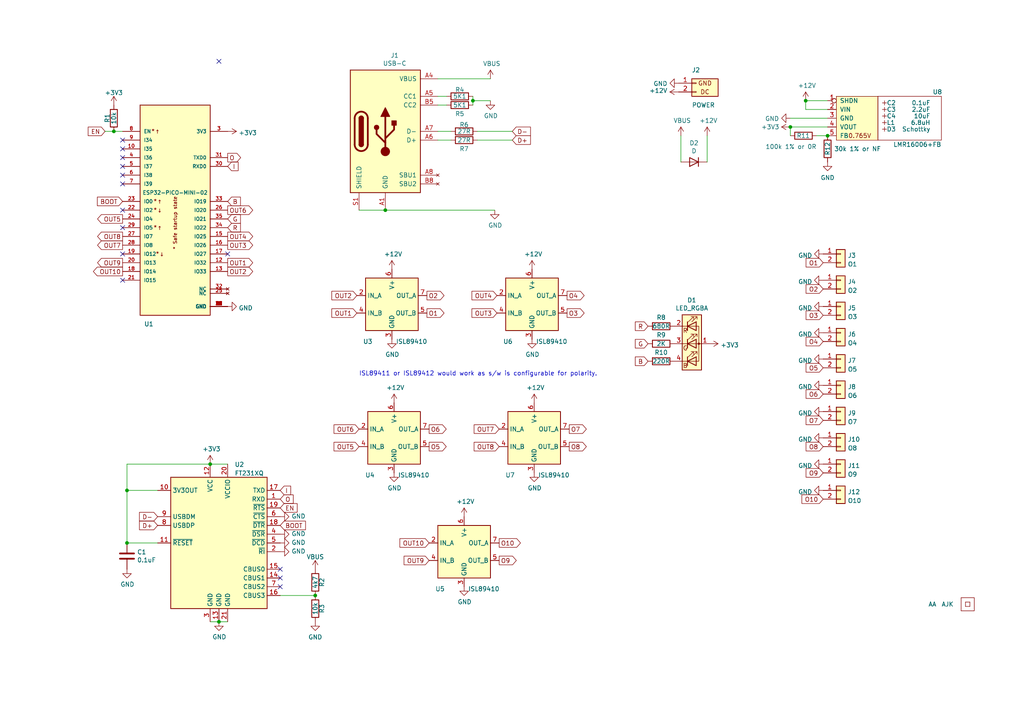
<source format=kicad_sch>
(kicad_sch (version 20211123) (generator eeschema)
  (paper "A4")
  (title_block (title "bell box control") (date "${DATE}") (rev "2") (company "Adrian Kennard Andrews & Arnold Ltd") (comment 1 "@TheRealRevK") (comment 2 "www.me.uk"))
  (lib_symbols
    (symbol "Connector_Generic:Conn_01x02" (pin_names (offset 1.016) hide)
      (property "Reference" "J" (at 0 2.54 0))
      (property "Value" "Conn_01x02" (at 0 -5.08 0))
      (symbol "Conn_01x02_1_1"
        (rectangle (start -1.27 -2.413) (end 0 -2.667) (stroke (width 0.1524)))
        (rectangle (start -1.27 0.127) (end 0 -0.127) (stroke (width 0.1524)))
        (rectangle (start -1.27 1.27) (end 1.27 -3.81) (stroke (width 0.254)) (fill (type background)))
        (pin passive line (at -5.08 0 0) (length 3.81) (name "Pin_1") (number "1"))
        (pin passive line (at -5.08 -2.54 0) (length 3.81) (name "Pin_2") (number "2"))
      )
    )
    (symbol "Device:C" (pin_numbers hide) (pin_names (offset 0.254))
      (property "Reference" "C" (at 0.635 2.54 0))
      (property "Value" "C" (at 0.635 -2.54 0))
      (symbol "C_0_1"
        (polyline (pts (xy -2.032 -0.762) (xy 2.032 -0.762)) (stroke (width 0.508)))
        (polyline (pts (xy -2.032 0.762) (xy 2.032 0.762)) (stroke (width 0.508)))
      )
      (symbol "C_1_1"
        (pin passive line (at 0 3.81 270) (length 2.794) (name "~") (number "1"))
        (pin passive line (at 0 -3.81 90) (length 2.794) (name "~") (number "2"))
      )
    )
    (symbol "Device:D" (pin_numbers hide) (pin_names (offset 1.016) hide)
      (property "Reference" "D" (at 0 2.54 0))
      (property "Value" "D" (at 0 -2.54 0))
      (symbol "D_0_1"
        (polyline (pts (xy -1.27 1.27) (xy -1.27 -1.27)) (stroke (width 0.254)))
        (polyline (pts (xy 1.27 0) (xy -1.27 0)))
        (polyline (pts (xy 1.27 1.27) (xy 1.27 -1.27) (xy -1.27 0) (xy 1.27 1.27)) (stroke (width 0.254)))
      )
      (symbol "D_1_1"
        (pin passive line (at -3.81 0 0) (length 2.54) (name "K") (number "1"))
        (pin passive line (at 3.81 0 180) (length 2.54) (name "A") (number "2"))
      )
    )
    (symbol "Device:LED_ARGB" (pin_names (offset 0) hide)
      (property "Reference" "D" (at 0 9.398 0))
      (property "Value" "LED_ARGB" (at 0 -8.89 0))
      (symbol "LED_ARGB_0_0"
        (text "B" (at -1.905 -6.35 0) (effects (font (size 1.27 1.27))))
        (text "G" (at -1.905 -1.27 0) (effects (font (size 1.27 1.27))))
        (text "R" (at -1.905 3.81 0) (effects (font (size 1.27 1.27))))
      )
      (symbol "LED_ARGB_0_1"
        (polyline (pts (xy -1.27 -5.08) (xy -2.54 -5.08)))
        (polyline (pts (xy -1.27 -5.08) (xy 1.27 -5.08)))
        (polyline (pts (xy -1.27 -3.81) (xy -1.27 -6.35)) (stroke (width 0.254)))
        (polyline (pts (xy -1.27 0) (xy -2.54 0)))
        (polyline (pts (xy -1.27 1.27) (xy -1.27 -1.27)) (stroke (width 0.254)))
        (polyline (pts (xy -1.27 5.08) (xy -2.54 5.08)))
        (polyline (pts (xy -1.27 5.08) (xy 1.27 5.08)))
        (polyline (pts (xy -1.27 6.35) (xy -1.27 3.81)) (stroke (width 0.254)))
        (polyline (pts (xy 1.27 0) (xy -1.27 0)))
        (polyline (pts (xy 1.27 0) (xy 2.54 0)))
        (polyline (pts (xy -1.27 1.27) (xy -1.27 -1.27) (xy -1.27 -1.27)))
        (polyline (pts (xy -1.27 6.35) (xy -1.27 3.81) (xy -1.27 3.81)))
        (polyline (pts (xy 1.27 -5.08) (xy 2.032 -5.08) (xy 2.032 5.08) (xy 1.27 5.08)))
        (polyline (pts (xy 1.27 -3.81) (xy 1.27 -6.35) (xy -1.27 -5.08) (xy 1.27 -3.81)) (stroke (width 0.254)))
        (polyline (pts (xy 1.27 1.27) (xy 1.27 -1.27) (xy -1.27 0) (xy 1.27 1.27)) (stroke (width 0.254)))
        (polyline (pts (xy 1.27 6.35) (xy 1.27 3.81) (xy -1.27 5.08) (xy 1.27 6.35)) (stroke (width 0.254)))
        (polyline (pts (xy -1.016 -3.81) (xy 0.508 -2.286) (xy -0.254 -2.286) (xy 0.508 -2.286) (xy 0.508 -3.048)))
        (polyline (pts (xy -1.016 1.27) (xy 0.508 2.794) (xy -0.254 2.794) (xy 0.508 2.794) (xy 0.508 2.032)))
        (polyline (pts (xy -1.016 6.35) (xy 0.508 7.874) (xy -0.254 7.874) (xy 0.508 7.874) (xy 0.508 7.112)))
        (polyline (pts (xy 0 -3.81) (xy 1.524 -2.286) (xy 0.762 -2.286) (xy 1.524 -2.286) (xy 1.524 -3.048)))
        (polyline (pts (xy 0 1.27) (xy 1.524 2.794) (xy 0.762 2.794) (xy 1.524 2.794) (xy 1.524 2.032)))
        (polyline (pts (xy 0 6.35) (xy 1.524 7.874) (xy 0.762 7.874) (xy 1.524 7.874) (xy 1.524 7.112)))
        (rectangle (start 1.27 -1.27) (end 1.27 1.27))
        (rectangle (start 1.27 1.27) (end 1.27 1.27))
        (rectangle (start 1.27 3.81) (end 1.27 6.35))
        (rectangle (start 1.27 6.35) (end 1.27 6.35))
        (circle (center 2.032 0) (radius 0.254) (fill (type outline)))
        (rectangle (start 2.794 8.382) (end -2.794 -7.62) (stroke (width 0.254)) (fill (type background)))
      )
      (symbol "LED_ARGB_1_1"
        (pin passive line (at 5.08 0 180) (length 2.54) (name "A") (number "1"))
        (pin passive line (at -5.08 5.08 0) (length 2.54) (name "RK") (number "2"))
        (pin passive line (at -5.08 0 0) (length 2.54) (name "GK") (number "3"))
        (pin passive line (at -5.08 -5.08 0) (length 2.54) (name "BK") (number "4"))
      )
    )
    (symbol "Device:R" (pin_numbers hide) (pin_names (offset 0))
      (property "Reference" "R" (at 2.032 0 90))
      (property "Value" "R" (at 0 0 90))
      (symbol "R_0_1"
        (rectangle (start -1.016 -2.54) (end 1.016 2.54) (stroke (width 0.254)))
      )
      (symbol "R_1_1"
        (pin passive line (at 0 3.81 270) (length 1.27) (name "~") (number "1"))
        (pin passive line (at 0 -3.81 90) (length 1.27) (name "~") (number "2"))
      )
    )
    (symbol "Driver_FET:EL7202CN"
      (property "Reference" "U" (at -7.62 8.89 0))
      (property "Value" "EL7202CN" (at 1.27 8.89 0))
      (symbol "EL7202CN_0_1"
        (rectangle (start -7.62 -7.62) (end 7.62 7.62) (stroke (width 0.254)) (fill (type background)))
      )
      (symbol "EL7202CN_1_1"
        (pin no_connect line (at -7.62 0 0) (length 2.54) hide (name "NC") (number "1"))
        (pin input line (at -10.16 2.54 0) (length 2.54) (name "IN_A") (number "2"))
        (pin power_in line (at 0 -10.16 90) (length 2.54) (name "GND") (number "3"))
        (pin input line (at -10.16 -2.54 0) (length 2.54) (name "IN_B") (number "4"))
        (pin output line (at 10.16 -2.54 180) (length 2.54) (name "OUT_B") (number "5"))
        (pin power_in line (at 0 10.16 270) (length 2.54) (name "V+") (number "6"))
        (pin output line (at 10.16 2.54 180) (length 2.54) (name "OUT_A") (number "7"))
        (pin no_connect line (at 7.62 0 180) (length 2.54) hide (name "NC") (number "8"))
      )
    )
    (symbol "RevK:AA" (pin_names (offset 1.016)) (in_bom no)
      (property "Value" "AA" (at 0 0 0))
    )
    (symbol "RevK:AJK" (pin_names (offset 1.016)) (in_bom no)
      (property "Value" "AJK" (at 0 0 0))
    )
    (symbol "RevK:ESP32-PICO-MINI-02" (pin_names (offset 1.016))
      (property "Reference" "U" (at -10.16 -33.02 0))
      (property "Value" "ESP32-PICO-MINI-02" (at 0 27.94 0))
      (symbol "ESP32-PICO-MINI-02_0_0"
        (rectangle (start -10.16 -30.48) (end 10.16 30.48) (stroke (width 0.254)) (fill (type background)))
        (text "* Safe startup state" (at 0 -11.43 900) (effects (font (size 1 1)) (justify left)))
        (text "*↑" (at -6.985 22.86 0) (effects (font (size 1.27 1.27)) (justify left)))
        (text "*↑" (at -6.35 -5.08 0) (effects (font (size 1.27 1.27)) (justify left)))
        (text "*↑" (at -6.35 2.54 0) (effects (font (size 1.27 1.27)) (justify left)))
        (text "*↓" (at -6.35 0 0) (effects (font (size 1.27 1.27)) (justify left)))
        (text "*↓" (at -5.715 -12.7 0) (effects (font (size 1.27 1.27)) (justify left)))
        (pin power_in line (at 15.24 -27.94 180) (length 5.08) (name "GND") (number "1"))
        (pin input line (at -15.24 17.78 0) (length 5.08) (name "I35") (number "10"))
        (pin power_in line (at 15.24 -27.94 180) (length 5.08) (name "GND") (number "11"))
        (pin bidirectional line (at 15.24 -15.24 180) (length 5.08) (name "IO32") (number "12"))
        (pin bidirectional line (at 15.24 -17.78 180) (length 5.08) (name "IO33") (number "13"))
        (pin power_in line (at 15.24 -27.94 180) (length 5.08) (name "GND") (number "14"))
        (pin bidirectional line (at 15.24 -7.62 180) (length 5.08) (name "IO25") (number "15"))
        (pin bidirectional line (at 15.24 -10.16 180) (length 5.08) (name "IO26") (number "16"))
        (pin bidirectional line (at 15.24 -12.7 180) (length 5.08) (name "IO27") (number "17"))
        (pin bidirectional line (at -15.24 -17.78 0) (length 5.08) (name "IO14") (number "18"))
        (pin bidirectional line (at -15.24 -12.7 0) (length 5.08) (name "IO12") (number "19"))
        (pin power_in line (at 15.24 -27.94 180) (length 5.08) (name "GND") (number "2"))
        (pin bidirectional line (at -15.24 -15.24 0) (length 5.08) (name "IO13") (number "20"))
        (pin bidirectional line (at -15.24 -20.32 0) (length 5.08) (name "IO15") (number "21"))
        (pin bidirectional line (at -15.24 0 0) (length 5.08) (name "IO2") (number "22"))
        (pin bidirectional line (at -15.24 2.54 0) (length 5.08) (name "IO0") (number "23"))
        (pin bidirectional line (at -15.24 -2.54 0) (length 5.08) (name "IO4") (number "24"))
        (pin no_connect line (at 15.24 -24.13 180) (length 5.08) (name "NC") (number "25"))
        (pin bidirectional line (at 15.24 0 180) (length 5.08) (name "IO20") (number "26"))
        (pin bidirectional line (at -15.24 -7.62 0) (length 5.08) (name "IO7") (number "27"))
        (pin bidirectional line (at -15.24 -10.16 0) (length 5.08) (name "IO8") (number "28"))
        (pin bidirectional line (at -15.24 -5.08 0) (length 5.08) (name "IO5") (number "29"))
        (pin power_in line (at 15.24 22.86 180) (length 5.08) (name "3V3") (number "3"))
        (pin bidirectional line (at 15.24 12.7 180) (length 5.08) (name "RXD0") (number "30"))
        (pin bidirectional line (at 15.24 15.24 180) (length 5.08) (name "TXD0") (number "31"))
        (pin no_connect line (at 15.24 -22.86 180) (length 5.08) (name "NC") (number "32"))
        (pin bidirectional line (at 15.24 2.54 180) (length 5.08) (name "IO19") (number "33"))
        (pin bidirectional line (at 15.24 -5.08 180) (length 5.08) (name "IO22") (number "34"))
        (pin bidirectional line (at 15.24 -2.54 180) (length 5.08) (name "IO21") (number "35"))
        (pin power_in line (at 15.24 -27.94 180) (length 5.08) (name "GND") (number "36"))
        (pin power_in line (at 15.24 -27.94 180) (length 5.08) (name "GND") (number "37"))
        (pin power_in line (at 15.24 -27.94 180) (length 5.08) (name "GND") (number "38"))
        (pin power_in line (at 15.24 -27.94 180) (length 5.08) (name "GND") (number "39"))
        (pin input line (at -15.24 15.24 0) (length 5.08) (name "I36") (number "4"))
        (pin power_in line (at 15.24 -27.94 180) (length 5.08) (name "GND") (number "40"))
        (pin power_in line (at 15.24 -27.94 180) (length 5.08) (name "GND") (number "41"))
        (pin power_in line (at 15.24 -27.94 180) (length 5.08) (name "GND") (number "42"))
        (pin power_in line (at 15.24 -27.94 180) (length 5.08) (name "GND") (number "43"))
        (pin power_in line (at 15.24 -27.94 180) (length 5.08) (name "GND") (number "44"))
        (pin power_in line (at 15.24 -27.94 180) (length 5.08) (name "GND") (number "45"))
        (pin power_in line (at 15.24 -27.94 180) (length 5.08) (name "GND") (number "46"))
        (pin power_in line (at 15.24 -27.94 180) (length 5.08) (name "GND") (number "47"))
        (pin power_in line (at 15.24 -27.94 180) (length 5.08) (name "GND") (number "48"))
        (pin power_in line (at 15.24 -27.94 180) (length 5.08) (name "GND") (number "49"))
        (pin input line (at -15.24 12.7 0) (length 5.08) (name "I37") (number "5"))
        (pin power_in line (at 15.24 -27.94 180) (length 5.08) (name "GND") (number "50"))
        (pin power_in line (at 15.24 -27.94 180) (length 5.08) (name "GND") (number "51"))
        (pin power_in line (at 15.24 -27.94 180) (length 5.08) (name "GND") (number "52"))
        (pin power_in line (at 15.24 -27.94 180) (length 5.08) (name "GND") (number "53"))
        (pin input line (at -15.24 10.16 0) (length 5.08) (name "I38") (number "6"))
        (pin input line (at -15.24 7.62 0) (length 5.08) (name "I39") (number "7"))
        (pin input line (at -15.24 22.86 0) (length 5.08) (name "EN") (number "8"))
        (pin input line (at -15.24 20.32 0) (length 5.08) (name "I34") (number "9"))
      )
    )
    (symbol "RevK:FT231XQ"
      (property "Reference" "U" (at -13.97 20.32 0))
      (property "Value" "FT231XQ" (at 6.35 20.32 0))
      (symbol "FT231XQ_0_1"
        (rectangle (start -13.97 19.05) (end 13.97 -19.05) (stroke (width 0.254)) (fill (type background)))
      )
      (symbol "FT231XQ_1_1"
        (pin input line (at 17.78 12.7 180) (length 3.81) (name "RXD") (number "1"))
        (pin passive line (at -17.78 15.24 0) (length 3.81) (name "3V3OUT") (number "10"))
        (pin input line (at -17.78 0 0) (length 3.81) (name "~{RESET}") (number "11"))
        (pin power_in line (at -2.54 22.86 270) (length 3.81) (name "VCC") (number "12"))
        (pin power_in line (at 0 -22.86 90) (length 3.81) (name "GND") (number "13"))
        (pin bidirectional line (at 17.78 -10.16 180) (length 3.81) (name "CBUS1") (number "14"))
        (pin bidirectional line (at 17.78 -7.62 180) (length 3.81) (name "CBUS0") (number "15"))
        (pin bidirectional line (at 17.78 -15.24 180) (length 3.81) (name "CBUS3") (number "16"))
        (pin output line (at 17.78 15.24 180) (length 3.81) (name "TXD") (number "17"))
        (pin output line (at 17.78 5.08 180) (length 3.81) (name "~{DTR}") (number "18"))
        (pin output line (at 17.78 10.16 180) (length 3.81) (name "~{RTS}") (number "19"))
        (pin input line (at 17.78 -2.54 180) (length 3.81) (name "~{RI}") (number "2"))
        (pin power_in line (at 2.54 22.86 270) (length 3.81) (name "VCCIO") (number "20"))
        (pin power_in line (at 2.54 -22.86 90) (length 3.81) (name "GND") (number "21"))
        (pin power_in line (at -2.54 -22.86 90) (length 3.81) (name "GND") (number "3"))
        (pin input line (at 17.78 2.54 180) (length 3.81) (name "~{DSR}") (number "4"))
        (pin input line (at 17.78 0 180) (length 3.81) (name "~{DCD}") (number "5"))
        (pin input line (at 17.78 7.62 180) (length 3.81) (name "~{CTS}") (number "6"))
        (pin bidirectional line (at 17.78 -12.7 180) (length 3.81) (name "CBUS2") (number "7"))
        (pin bidirectional line (at -17.78 5.08 0) (length 3.81) (name "USBDP") (number "8"))
        (pin bidirectional line (at -17.78 7.62 0) (length 3.81) (name "USBDM") (number "9"))
      )
    )
    (symbol "RevK:Hidden" (pin_names (offset 1.016))
      (property "Reference" "Z" (at 0.635 0 0))
      (property "Value" "Hidden" (at 4.445 0 0))
      (symbol "Hidden_0_1"
        (polyline (pts (xy -0.635 0) (xy 0.635 0)) (stroke (width 0.1524)))
        (polyline (pts (xy 0 0.635) (xy 0 -0.635)) (stroke (width 0.1524)))
      )
      (symbol "Hidden_1_1"
        (pin no_connect non_logic (at 0 -2.54 90) (length 2.54) hide (name "~") (number "~"))
      )
    )
    (symbol "RevK:LMR16006+FB" (pin_names (offset 1.016))
      (property "Reference" "U" (at 11.43 2.54 0))
      (property "Value" "LMR16006+FB" (at 7.62 -12.7 0))
      (symbol "LMR16006+FB_0_0"
        (rectangle (start 2.54 1.27) (end 14.605 -11.43) (fill (type background)))
        (text "0.765V" (at 12.7 -10.16 0) (effects (font (size 1.27 1.27)) (justify right)))
      )
      (symbol "LMR16006+FB_0_1"
        (rectangle (start 14.605 1.27) (end 33.02 -11.43))
      )
      (symbol "LMR16006+FB_1_1"
        (pin input inverted (at 0 0 0) (length 2.54) (name "SHDN") (number "1"))
        (pin power_in line (at 0 -2.54 0) (length 2.54) (name "VIN") (number "2"))
        (pin power_in line (at 0 -5.08 0) (length 2.54) (name "GND") (number "3"))
        (pin power_out line (at 0 -7.62 0) (length 2.54) (name "VOUT") (number "4"))
        (pin passive line (at 0 -10.16 0) (length 2.54) (name "FB") (number "5"))
      )
    )
    (symbol "RevK:PowerIn" (pin_names (offset 1.016) hide)
      (property "Reference" "J" (at 0 2.54 0))
      (property "Value" "PowerIn" (at 2.54 -5.08 0))
      (symbol "PowerIn_0_0"
        (text "DC" (at 2.54 -2.54 0) (effects (font (size 1.27 1.27))))
        (text "GND" (at 2.54 0 0) (effects (font (size 1.27 1.27))))
      )
      (symbol "PowerIn_1_1"
        (rectangle (start -1.27 -2.413) (end 0 -2.667) (stroke (width 0.1524)))
        (rectangle (start -1.27 0.127) (end 0 -0.127) (stroke (width 0.1524)))
        (rectangle (start -1.27 1.27) (end 6.35 -3.81) (stroke (width 0.254)) (fill (type background)))
        (pin power_in line (at -5.08 0 0) (length 3.81) (name "GND") (number "1"))
        (pin power_out line (at -5.08 -2.54 0) (length 3.81) (name "DC") (number "2"))
      )
    )
    (symbol "RevK:QR" (pin_names (offset 1.016)) (in_bom no)
      (symbol "QR_0_1"
        (rectangle (start -1.905 -1.905) (end -1.905 1.905))
        (rectangle (start -1.905 1.905) (end 1.905 1.905))
        (rectangle (start -0.635 -0.635) (end -0.635 0.635))
        (rectangle (start -0.635 0.635) (end 0.635 0.635))
        (rectangle (start 0.635 -0.635) (end -0.635 -0.635))
        (rectangle (start 0.635 0.635) (end 0.635 -0.635))
        (rectangle (start 1.905 -1.905) (end -1.905 -1.905))
        (rectangle (start 1.905 1.905) (end 1.905 -1.905))
      )
    )
    (symbol "RevK:USB-C" (pin_names (offset 1.016))
      (property "Reference" "J" (at -10.16 19.05 0))
      (property "Value" "USB-C" (at -7.62 15.24 0))
      (symbol "USB-C_0_1"
        (rectangle (start -10.16 17.78) (end 10.16 -17.78) (stroke (width 0.254)) (fill (type background)))
        (arc (start -8.89 -3.81) (mid -6.985 -5.715) (end -5.08 -3.81) (stroke (width 0.508)))
        (arc (start -7.62 -3.81) (mid -6.985 -4.445) (end -6.35 -3.81) (stroke (width 0.254)))
        (arc (start -7.62 -3.81) (mid -6.985 -4.445) (end -6.35 -3.81) (stroke (width 0.254)) (fill (type outline)))
        (rectangle (start -7.62 -3.81) (end -6.35 3.81) (stroke (width 0.254)) (fill (type outline)))
        (arc (start -6.35 3.81) (mid -6.985 4.445) (end -7.62 3.81) (stroke (width 0.254)))
        (arc (start -6.35 3.81) (mid -6.985 4.445) (end -7.62 3.81) (stroke (width 0.254)) (fill (type outline)))
        (arc (start -5.08 3.81) (mid -6.985 5.715) (end -8.89 3.81) (stroke (width 0.508)))
        (circle (center -2.54 1.143) (radius 0.635) (stroke (width 0.254)) (fill (type outline)))
        (circle (center 0 -5.842) (radius 1.27) (fill (type outline)))
        (polyline (pts (xy -8.89 -3.81) (xy -8.89 3.81)) (stroke (width 0.508)))
        (polyline (pts (xy -5.08 3.81) (xy -5.08 -3.81)) (stroke (width 0.508)))
        (polyline (pts (xy 0 -5.842) (xy 0 4.318)) (stroke (width 0.508)))
        (polyline (pts (xy 0 -3.302) (xy -2.54 -0.762) (xy -2.54 0.508)) (stroke (width 0.508)))
        (polyline (pts (xy 0 -2.032) (xy 2.54 0.508) (xy 2.54 1.778)) (stroke (width 0.508)))
        (polyline (pts (xy -1.27 4.318) (xy 0 6.858) (xy 1.27 4.318) (xy -1.27 4.318)) (stroke (width 0.254)) (fill (type outline)))
        (rectangle (start 1.905 1.778) (end 3.175 3.048) (stroke (width 0.254)) (fill (type outline)))
      )
      (symbol "USB-C_1_1"
        (pin power_out line (at 0 -22.86 90) (length 5.08) (name "GND") (number "A1"))
        (pin passive line (at 0 -22.86 90) (length 5.08) hide (name "GND") (number "A12"))
        (pin power_out line (at 15.24 15.24 180) (length 5.08) (name "VBUS") (number "A4"))
        (pin bidirectional line (at 15.24 10.16 180) (length 5.08) (name "CC1") (number "A5"))
        (pin bidirectional line (at 15.24 -2.54 180) (length 5.08) (name "D+") (number "A6"))
        (pin bidirectional line (at 15.24 0 180) (length 5.08) (name "D-") (number "A7"))
        (pin no_connect line (at 15.24 -12.7 180) (length 5.08) (name "SBU1") (number "A8"))
        (pin passive line (at 15.24 15.24 180) (length 5.08) hide (name "VBUS") (number "A9"))
        (pin passive line (at 0 -22.86 90) (length 5.08) hide (name "GND") (number "B1"))
        (pin passive line (at 0 -22.86 90) (length 5.08) hide (name "GND") (number "B12"))
        (pin passive line (at 15.24 15.24 180) (length 5.08) hide (name "VBUS") (number "B4"))
        (pin bidirectional line (at 15.24 7.62 180) (length 5.08) (name "CC2") (number "B5"))
        (pin bidirectional line (at 15.24 -2.54 180) (length 5.08) hide (name "D+") (number "B6"))
        (pin bidirectional line (at 15.24 0 180) (length 5.08) hide (name "D-") (number "B7"))
        (pin no_connect line (at 15.24 -15.24 180) (length 5.08) (name "SBU2") (number "B8"))
        (pin passive line (at 15.24 15.24 180) (length 5.08) hide (name "VBUS") (number "B9"))
        (pin passive line (at -7.62 -22.86 90) (length 5.08) (name "SHIELD") (number "S1"))
      )
    )
    (symbol "power:+12V" (power) (pin_names (offset 0))
      (property "Value" "+12V" (at 0 3.556 0))
      (symbol "+12V_0_1"
        (polyline (pts (xy -0.762 1.27) (xy 0 2.54)))
        (polyline (pts (xy 0 0) (xy 0 2.54)))
        (polyline (pts (xy 0 2.54) (xy 0.762 1.27)))
      )
      (symbol "+12V_1_1"
        (pin power_in line (at 0 0 90) (length 0) hide (name "+12V") (number "1"))
      )
    )
    (symbol "power:+3.3V" (power) (pin_names (offset 0))
      (property "Value" "+3.3V" (at 0 3.556 0))
      (symbol "+3.3V_0_1"
        (polyline (pts (xy -0.762 1.27) (xy 0 2.54)))
        (polyline (pts (xy 0 0) (xy 0 2.54)))
        (polyline (pts (xy 0 2.54) (xy 0.762 1.27)))
      )
      (symbol "+3.3V_1_1"
        (pin power_in line (at 0 0 90) (length 0) hide (name "+3V3") (number "1"))
      )
    )
    (symbol "power:GND" (power) (pin_names (offset 0))
      (property "Value" "GND" (at 0 -3.81 0))
      (symbol "GND_0_1"
        (polyline (pts (xy 0 0) (xy 0 -1.27) (xy 1.27 -1.27) (xy 0 -2.54) (xy -1.27 -1.27) (xy 0 -1.27)))
      )
      (symbol "GND_1_1"
        (pin power_in line (at 0 0 270) (length 0) hide (name "GND") (number "1"))
      )
    )
    (symbol "power:VBUS" (power) (pin_names (offset 0))
      (property "Value" "VBUS" (at 0 3.81 0))
      (symbol "VBUS_0_1"
        (polyline (pts (xy -0.762 1.27) (xy 0 2.54)))
        (polyline (pts (xy 0 0) (xy 0 2.54)))
        (polyline (pts (xy 0 2.54) (xy 0.762 1.27)))
      )
      (symbol "VBUS_1_1"
        (pin power_in line (at 0 0 90) (length 0) hide (name "VBUS") (number "1"))
      )
    )
  )
  (junction (at 111.76 60.96))
  (junction (at 240.03 39.37))
  (junction (at 36.83 157.48))
  (junction (at 36.83 142.24))
  (junction (at 63.5 180.34))
  (junction (at 60.96 134.62))
  (junction (at 233.68 29.21))
  (junction (at 91.44 172.72))
  (junction (at 229.235 36.83))
  (junction (at 33.02 38.1))
  (junction (at 137.16 29.21))
  (no_connect (at 81.28 165.1))
  (no_connect (at 81.28 170.18))
  (no_connect (at 35.56 66.04))
  (no_connect (at 35.56 60.96))
  (no_connect (at 35.56 73.66))
  (no_connect (at 35.56 53.34))
  (no_connect (at 35.56 48.26))
  (no_connect (at 35.56 45.72))
  (no_connect (at 35.56 50.8))
  (no_connect (at 35.56 40.64))
  (no_connect (at 35.56 43.18))
  (no_connect (at 81.28 167.64))
  (no_connect (at 66.04 73.66))
  (no_connect (at 35.56 81.28))
  (no_connect (at 63.5 17.78))
  (wire (pts (xy 127 30.48) (xy 129.54 30.48)))
  (wire (pts (xy 233.68 29.21) (xy 233.68 31.75)))
  (wire (pts (xy 229.235 34.29) (xy 240.03 34.29)))
  (wire (pts (xy 81.28 172.72) (xy 91.44 172.72)))
  (wire (pts (xy 137.16 29.21) (xy 137.16 30.48)))
  (wire (pts (xy 33.02 38.1) (xy 35.56 38.1)))
  (wire (pts (xy 205.105 46.99) (xy 205.105 39.37)))
  (wire (pts (xy 45.72 157.48) (xy 36.83 157.48)))
  (wire (pts (xy 60.96 180.34) (xy 63.5 180.34)))
  (wire (pts (xy 137.16 27.94) (xy 137.16 29.21)))
  (wire (pts (xy 36.83 134.62) (xy 60.96 134.62)))
  (wire (pts (xy 30.48 38.1) (xy 33.02 38.1)))
  (wire (pts (xy 229.235 36.83) (xy 240.03 36.83)))
  (wire (pts (xy 233.68 31.75) (xy 240.03 31.75)))
  (wire (pts (xy 63.5 180.34) (xy 66.04 180.34)))
  (wire (pts (xy 229.235 36.83) (xy 229.235 39.37)))
  (wire (pts (xy 104.14 60.96) (xy 111.76 60.96)))
  (wire (pts (xy 36.83 142.24) (xy 45.72 142.24)))
  (wire (pts (xy 127 22.86) (xy 142.24 22.86)))
  (wire (pts (xy 36.83 157.48) (xy 36.83 142.24)))
  (wire (pts (xy 197.485 46.99) (xy 197.485 39.37)))
  (wire (pts (xy 138.43 40.64) (xy 148.59 40.64)))
  (wire (pts (xy 111.76 60.96) (xy 143.51 60.96)))
  (wire (pts (xy 127 40.64) (xy 130.81 40.64)))
  (wire (pts (xy 127 38.1) (xy 130.81 38.1)))
  (wire (pts (xy 142.24 29.21) (xy 137.16 29.21)))
  (wire (pts (xy 233.68 29.21) (xy 240.03 29.21)))
  (wire (pts (xy 36.83 142.24) (xy 36.83 134.62)))
  (wire (pts (xy 66.04 134.62) (xy 60.96 134.62)))
  (wire (pts (xy 138.43 38.1) (xy 148.59 38.1)))
  (wire (pts (xy 127 27.94) (xy 129.54 27.94)))
  (wire (pts (xy 236.855 39.37) (xy 240.03 39.37)))
  (text "ISL89411 or ISL89412 would work as s/w is configurable for polarity." (at 104.14 109.22 0) (effects (font (size 1.27 1.27)) (justify left bottom)))
  (global_label "OUT8" (shape output) (at 35.56 68.58 180) (property "Intersheet References" "${INTERSHEET_REFS}" (effects hide)))
  (global_label "OUT7" (shape input) (at 144.78 124.46 180) (property "Intersheet References" "${INTERSHEET_REFS}" (effects hide)))
  (global_label "O5" (shape input) (at 238.76 106.68 180) (property "Intersheet References" "${INTERSHEET_REFS}" (effects hide)))
  (global_label "O6" (shape input) (at 238.76 114.3 180) (property "Intersheet References" "${INTERSHEET_REFS}" (effects hide)))
  (global_label "OUT1" (shape input) (at 103.505 90.805 180) (property "Intersheet References" "${INTERSHEET_REFS}" (effects hide)))
  (global_label "R" (shape input) (at 66.04 66.04 0) (property "Intersheet References" "${INTERSHEET_REFS}" (effects hide)))
  (global_label "B" (shape input) (at 187.96 104.775 180) (property "Intersheet References" "${INTERSHEET_REFS}" (effects hide)))
  (global_label "I" (shape input) (at 66.04 48.26 0) (property "Intersheet References" "${INTERSHEET_REFS}" (effects hide)))
  (global_label "OUT5" (shape input) (at 104.14 129.54 180) (property "Intersheet References" "${INTERSHEET_REFS}" (effects hide)))
  (global_label "EN" (shape input) (at 30.48 38.1 180) (property "Intersheet References" "${INTERSHEET_REFS}" (effects hide)))
  (global_label "O5" (shape output) (at 124.46 129.54 0) (property "Intersheet References" "${INTERSHEET_REFS}" (effects hide)))
  (global_label "O6" (shape output) (at 124.46 124.46 0) (property "Intersheet References" "${INTERSHEET_REFS}" (effects hide)))
  (global_label "B" (shape input) (at 66.04 58.42 0) (property "Intersheet References" "${INTERSHEET_REFS}" (effects hide)))
  (global_label "EN" (shape input) (at 81.28 147.32 0) (property "Intersheet References" "${INTERSHEET_REFS}" (effects hide)))
  (global_label "G" (shape input) (at 187.96 99.695 180) (property "Intersheet References" "${INTERSHEET_REFS}" (effects hide)))
  (global_label "OUT10" (shape output) (at 35.56 78.74 180) (property "Intersheet References" "${INTERSHEET_REFS}" (effects hide)))
  (global_label "OUT3" (shape output) (at 66.04 71.12 0) (property "Intersheet References" "${INTERSHEET_REFS}" (effects hide)))
  (global_label "OUT8" (shape input) (at 144.78 129.54 180) (property "Intersheet References" "${INTERSHEET_REFS}" (effects hide)))
  (global_label "OUT10" (shape input) (at 124.46 157.48 180) (property "Intersheet References" "${INTERSHEET_REFS}" (effects hide)))
  (global_label "OUT3" (shape input) (at 144.145 90.805 180) (property "Intersheet References" "${INTERSHEET_REFS}" (effects hide)))
  (global_label "OUT2" (shape input) (at 103.505 85.725 180) (property "Intersheet References" "${INTERSHEET_REFS}" (effects hide)))
  (global_label "O7" (shape output) (at 165.1 124.46 0) (property "Intersheet References" "${INTERSHEET_REFS}" (effects hide)))
  (global_label "O3" (shape output) (at 164.465 90.805 0) (property "Intersheet References" "${INTERSHEET_REFS}" (effects hide)))
  (global_label "D-" (shape input) (at 45.72 149.86 180) (property "Intersheet References" "${INTERSHEET_REFS}" (effects hide)))
  (global_label "O10" (shape output) (at 144.78 157.48 0) (property "Intersheet References" "${INTERSHEET_REFS}" (effects hide)))
  (global_label "O9" (shape input) (at 238.76 137.16 180) (property "Intersheet References" "${INTERSHEET_REFS}" (effects hide)))
  (global_label "O7" (shape input) (at 238.76 121.92 180) (property "Intersheet References" "${INTERSHEET_REFS}" (effects hide)))
  (global_label "D+" (shape input) (at 45.72 152.4 180) (property "Intersheet References" "${INTERSHEET_REFS}" (effects hide)))
  (global_label "O" (shape output) (at 66.04 45.72 0) (property "Intersheet References" "${INTERSHEET_REFS}" (effects hide)))
  (global_label "D+" (shape input) (at 148.59 40.64 0) (property "Intersheet References" "${INTERSHEET_REFS}" (effects hide)))
  (global_label "OUT6" (shape input) (at 104.14 124.46 180) (property "Intersheet References" "${INTERSHEET_REFS}" (effects hide)))
  (global_label "O8" (shape input) (at 238.76 129.54 180) (property "Intersheet References" "${INTERSHEET_REFS}" (effects hide)))
  (global_label "OUT2" (shape output) (at 66.04 78.74 0) (property "Intersheet References" "${INTERSHEET_REFS}" (effects hide)))
  (global_label "D-" (shape input) (at 148.59 38.1 0) (property "Intersheet References" "${INTERSHEET_REFS}" (effects hide)))
  (global_label "O1" (shape input) (at 238.76 76.2 180) (property "Intersheet References" "${INTERSHEET_REFS}" (effects hide)))
  (global_label "G" (shape input) (at 66.04 63.5 0) (property "Intersheet References" "${INTERSHEET_REFS}" (effects hide)))
  (global_label "OUT6" (shape output) (at 66.04 60.96 0) (property "Intersheet References" "${INTERSHEET_REFS}" (effects hide)))
  (global_label "OUT1" (shape output) (at 66.04 76.2 0) (property "Intersheet References" "${INTERSHEET_REFS}" (effects hide)))
  (global_label "O4" (shape input) (at 238.76 99.06 180) (property "Intersheet References" "${INTERSHEET_REFS}" (effects hide)))
  (global_label "BOOT" (shape input) (at 81.28 152.4 0) (property "Intersheet References" "${INTERSHEET_REFS}" (effects hide)))
  (global_label "O9" (shape output) (at 144.78 162.56 0) (property "Intersheet References" "${INTERSHEET_REFS}" (effects hide)))
  (global_label "OUT4" (shape output) (at 66.04 68.58 0) (property "Intersheet References" "${INTERSHEET_REFS}" (effects hide)))
  (global_label "OUT9" (shape input) (at 124.46 162.56 180) (property "Intersheet References" "${INTERSHEET_REFS}" (effects hide)))
  (global_label "O" (shape input) (at 81.28 144.78 0) (property "Intersheet References" "${INTERSHEET_REFS}" (effects hide)))
  (global_label "O10" (shape input) (at 238.76 144.78 180) (property "Intersheet References" "${INTERSHEET_REFS}" (effects hide)))
  (global_label "O3" (shape input) (at 238.76 91.44 180) (property "Intersheet References" "${INTERSHEET_REFS}" (effects hide)))
  (global_label "OUT4" (shape input) (at 144.145 85.725 180) (property "Intersheet References" "${INTERSHEET_REFS}" (effects hide)))
  (global_label "O4" (shape output) (at 164.465 85.725 0) (property "Intersheet References" "${INTERSHEET_REFS}" (effects hide)))
  (global_label "OUT9" (shape output) (at 35.56 76.2 180) (property "Intersheet References" "${INTERSHEET_REFS}" (effects hide)))
  (global_label "BOOT" (shape input) (at 35.56 58.42 180) (property "Intersheet References" "${INTERSHEET_REFS}" (effects hide)))
  (global_label "R" (shape input) (at 187.96 94.615 180) (property "Intersheet References" "${INTERSHEET_REFS}" (effects hide)))
  (global_label "O2" (shape input) (at 238.76 83.82 180) (property "Intersheet References" "${INTERSHEET_REFS}" (effects hide)))
  (global_label "O2" (shape output) (at 123.825 85.725 0) (property "Intersheet References" "${INTERSHEET_REFS}" (effects hide)))
  (global_label "O8" (shape output) (at 165.1 129.54 0) (property "Intersheet References" "${INTERSHEET_REFS}" (effects hide)))
  (global_label "OUT5" (shape output) (at 35.56 63.5 180) (property "Intersheet References" "${INTERSHEET_REFS}" (effects hide)))
  (global_label "I" (shape input) (at 81.28 142.24 0) (property "Intersheet References" "${INTERSHEET_REFS}" (effects hide)))
  (global_label "OUT7" (shape output) (at 35.56 71.12 180) (property "Intersheet References" "${INTERSHEET_REFS}" (effects hide)))
  (global_label "O1" (shape output) (at 123.825 90.805 0) (property "Intersheet References" "${INTERSHEET_REFS}" (effects hide)))
  (symbol (lib_id "RevK:USB-C") (at 111.76 38.1 0) (unit 1)
    (property "Reference" "J1" (at 114.4778 16.0782 0))
    (property "Value" "USB-C" (at 114.4778 18.3896 0))
    (property "Footprint" "RevK:USC16-TR-Round" (effects hide))
    (property "Datasheet" "https://www.usb.org/sites/default/files/documents/usb_type-c.zip" (effects hide))
  )
  (symbol (lib_id "Device:R") (at 133.35 27.94 90) (unit 1)
    (property "Reference" "R4" (at 133.35 26.035 90))
    (property "Value" "5K1" (at 133.35 27.94 90))
    (property "Footprint" "RevK:R_0603" (effects hide))
  )
  (symbol (lib_id "power:VBUS") (at 142.24 22.86 0) (unit 1)
    (property "Reference" "#PWR019" (effects hide))
    (property "Value" "VBUS" (at 142.621 18.4658 0))
  )
  (symbol (lib_id "power:GND") (at 142.24 29.21 0) (unit 1)
    (property "Reference" "#PWR020" (effects hide))
    (property "Value" "GND" (at 142.367 33.6042 0))
  )
  (symbol (lib_id "power:GND") (at 143.51 60.96 0) (unit 1)
    (property "Reference" "#PWR021" (effects hide))
    (property "Value" "GND" (at 143.637 65.3542 0))
  )
  (symbol (lib_id "Device:R") (at 133.35 30.48 270) (unit 1)
    (property "Reference" "R5" (at 133.35 33.02 90))
    (property "Value" "5K1" (at 133.35 30.48 90))
    (property "Footprint" "RevK:R_0603" (effects hide))
  )
  (symbol (lib_id "RevK:AJK") (at 266.7 175.26 0) (unit 1)
    (property "Reference" "AJK1" (effects hide))
    (property "Value" "AJK" (at 273.05 175.26 0) (effects (justify left)))
    (property "Footprint" "RevK:AJK" (effects hide))
    (property "Note" "Non part, PCB printed" (effects hide))
  )
  (symbol (lib_id "RevK:PowerIn") (at 201.93 24.13 0) (unit 1)
    (property "Reference" "J2" (at 200.66 20.32 0) (effects (justify left)))
    (property "Value" "POWER" (at 200.66 30.48 0) (effects (justify left)))
    (property "Footprint" "RevK:Molex_MiniSPOX_H2RA" (effects hide))
  )
  (symbol (lib_id "power:GND") (at 196.85 24.13 270) (unit 1)
    (property "Reference" "#PWR026" (effects hide))
    (property "Value" "GND" (at 193.5988 24.257 90) (effects (justify right)))
  )
  (symbol (lib_id "Device:R") (at 191.77 104.775 270) (unit 1)
    (property "Reference" "R10" (at 191.77 102.235 90))
    (property "Value" "220R" (at 191.77 104.775 90))
    (property "Footprint" "RevK:R_0603" (effects hide))
  )
  (symbol (lib_id "power:+3.3V") (at 205.74 99.695 270) (unit 1)
    (property "Reference" "#PWR030" (effects hide))
    (property "Value" "+3.3V" (at 208.9912 100.076 90) (effects (justify left)))
  )
  (symbol (lib_id "power:GND") (at 63.5 180.34 0) (unit 1)
    (property "Reference" "#PWR04" (effects hide))
    (property "Value" "GND" (at 63.627 184.7342 0))
  )
  (symbol (lib_id "power:+3.3V") (at 60.96 134.62 0) (unit 1)
    (property "Reference" "#PWR03" (effects hide))
    (property "Value" "+3.3V" (at 61.341 130.2258 0))
  )
  (symbol (lib_id "power:GND") (at 81.28 149.86 90) (unit 1)
    (property "Reference" "#PWR07" (effects hide))
    (property "Value" "GND" (at 84.5312 149.733 90) (effects (justify right)))
  )
  (symbol (lib_id "power:GND") (at 81.28 154.94 90) (unit 1)
    (property "Reference" "#PWR08" (effects hide))
    (property "Value" "GND" (at 84.5312 154.813 90) (effects (justify right)))
  )
  (symbol (lib_id "power:GND") (at 81.28 157.48 90) (unit 1)
    (property "Reference" "#PWR09" (effects hide))
    (property "Value" "GND" (at 84.5312 157.353 90) (effects (justify right)))
  )
  (symbol (lib_id "power:GND") (at 81.28 160.02 90) (unit 1)
    (property "Reference" "#PWR010" (effects hide))
    (property "Value" "GND" (at 84.5312 159.893 90) (effects (justify right)))
  )
  (symbol (lib_id "power:+12V") (at 196.85 26.67 90) (unit 1)
    (property "Reference" "#PWR027" (effects hide))
    (property "Value" "+12V" (at 193.5988 26.289 90) (effects (justify left)))
  )
  (symbol (lib_id "power:+12V") (at 205.105 39.37 0) (unit 1)
    (property "Reference" "#PWR029" (effects hide))
    (property "Value" "+12V" (at 205.486 34.9758 0))
  )
  (symbol (lib_id "Device:D") (at 201.295 46.99 180) (unit 1)
    (property "Reference" "D2" (at 201.295 41.4782 0))
    (property "Value" "D" (at 201.295 43.7896 0))
    (property "Footprint" "RevK:D_1206" (effects hide))
  )
  (symbol (lib_id "power:VBUS") (at 197.485 39.37 0) (unit 1)
    (property "Reference" "#PWR028" (effects hide))
    (property "Value" "VBUS" (at 197.866 34.9758 0))
  )
  (symbol (lib_id "Device:C") (at 36.83 161.29 0) (unit 1)
    (property "Reference" "C1" (at 39.751 160.1216 0) (effects (justify left)))
    (property "Value" "0.1uF" (at 39.751 162.433 0) (effects (justify left)))
    (property "Footprint" "RevK:C_0603" (effects hide))
  )
  (symbol (lib_id "power:GND") (at 36.83 165.1 0) (unit 1)
    (property "Reference" "#PWR02" (effects hide))
    (property "Value" "GND" (at 36.957 169.4942 0))
  )
  (symbol (lib_id "RevK:AA") (at 269.24 175.26 0) (unit 1)
    (property "Reference" "U9" (effects hide))
    (property "Value" "AA" (at 269.24 175.26 0) (effects (justify left)))
    (property "Footprint" "RevK:AA" (effects hide))
    (property "Note" "Non part, PCB printed" (effects hide))
  )
  (symbol (lib_id "power:GND") (at 113.665 98.425 0) (unit 1)
    (property "Reference" "#PWR014" (effects hide))
    (property "Value" "GND" (at 113.792 102.8192 0))
  )
  (symbol (lib_id "power:+12V") (at 113.665 78.105 0) (unit 1)
    (property "Reference" "#PWR013" (effects hide))
    (property "Value" "+12V" (at 114.046 73.7108 0))
  )
  (symbol (lib_id "RevK:QR") (at 280.67 175.26 0) (unit 1) (in_bom no)
    (property "Reference" "U10" (effects hide))
    (property "Value" "QR" (effects hide))
    (property "Footprint" "RevK:QR-SS" (effects hide))
    (property "Note" "Non part, PCB printed" (effects hide))
  )
  (symbol (lib_id "power:GND") (at 154.305 98.425 0) (unit 1)
    (property "Reference" "#PWR023" (effects hide))
    (property "Value" "GND" (at 154.432 102.8192 0))
  )
  (symbol (lib_id "power:+12V") (at 154.305 78.105 0) (unit 1)
    (property "Reference" "#PWR022" (effects hide))
    (property "Value" "+12V" (at 154.686 73.7108 0))
  )
  (symbol (lib_id "Driver_FET:EL7202CN") (at 113.665 88.265 0) (unit 1)
    (property "Reference" "U3" (at 106.68 99.06 0))
    (property "Value" "ISL89410" (at 119.38 99.06 0))
    (property "Footprint" "Package_SO:SO-8_3.9x4.9mm_P1.27mm" (effects hide))
    (property "Datasheet" "http://www.intersil.com/content/dam/Intersil/documents/el72/el7202-12-22.pdf" (effects hide))
  )
  (symbol (lib_id "Driver_FET:EL7202CN") (at 154.305 88.265 0) (unit 1)
    (property "Reference" "U6" (at 147.32 99.06 0))
    (property "Value" "ISL89410" (at 160.02 99.06 0))
    (property "Footprint" "Package_SO:SO-8_3.9x4.9mm_P1.27mm" (effects hide))
    (property "Datasheet" "http://www.intersil.com/content/dam/Intersil/documents/el72/el7202-12-22.pdf" (effects hide))
  )
  (symbol (lib_id "Device:LED_ARGB") (at 200.66 99.695 0) (unit 1)
    (property "Reference" "D1" (at 200.66 87.0712 0))
    (property "Value" "LED_RGBA" (at 200.66 89.3826 0))
    (property "Footprint" "RevK:LED-RGB-1.6x1.6" (effects hide))
  )
  (symbol (lib_id "Device:R") (at 191.77 99.695 270) (unit 1)
    (property "Reference" "R9" (at 191.77 97.155 90))
    (property "Value" "2K" (at 191.77 99.695 90))
    (property "Footprint" "RevK:R_0603" (effects hide))
  )
  (symbol (lib_id "Device:R") (at 191.77 94.615 270) (unit 1)
    (property "Reference" "R8" (at 191.77 92.075 90))
    (property "Value" "680R" (at 191.77 94.615 90))
    (property "Footprint" "RevK:R_0603" (effects hide))
  )
  (symbol (lib_id "RevK:Hidden") (at 256.54 29.845 0) (unit 1)
    (property "Reference" "C2" (at 257.175 29.845 0) (effects (justify left)))
    (property "Value" "0.1uF" (at 269.875 29.845 0) (effects (justify right)))
    (property "Footprint" "RevK:Hidden" (effects hide))
    (property "Note" "X7R or X5R 0603" (effects hide))
  )
  (symbol (lib_id "RevK:Hidden") (at 256.54 31.75 0) (unit 1)
    (property "Reference" "C3" (at 257.175 31.75 0) (effects (justify left)))
    (property "Value" "2.2uF" (at 269.875 31.75 0) (effects (justify right)))
    (property "Footprint" "RevK:Hidden" (effects hide))
    (property "Note" "0603 or 0805" (effects hide))
  )
  (symbol (lib_id "RevK:Hidden") (at 256.54 33.655 0) (unit 1)
    (property "Reference" "C4" (at 257.175 33.655 0) (effects (justify left)))
    (property "Value" "10uF" (at 269.875 33.655 0) (effects (justify right)))
    (property "Footprint" "RevK:Hidden" (effects hide))
    (property "Note" "0603 or 0805" (effects hide))
  )
  (symbol (lib_id "RevK:Hidden") (at 256.54 35.56 0) (unit 1)
    (property "Reference" "L1" (at 257.175 35.56 0) (effects (justify left)))
    (property "Value" "6.8uH" (at 269.875 35.56 0) (effects (justify right)))
    (property "Footprint" "RevK:Hidden" (effects hide))
    (property "Datasheet" "https://www.mouser.co.uk/datasheet/2/987/Laird_Performance_TYA4020_series__Rev_A_-1877538.pdf" (effects hide))
    (property "Manufacturer" "Laird" (effects hide))
    (property "Part No" "TYA4020" (effects hide))
  )
  (symbol (lib_id "RevK:Hidden") (at 256.54 37.465 0) (unit 1)
    (property "Reference" "D3" (at 257.175 37.465 0) (effects (justify left)))
    (property "Value" "Schottky" (at 269.875 37.465 0) (effects (justify right)))
    (property "Footprint" "RevK:Hidden" (effects hide))
    (property "Datasheet" "https://www.mouser.co.uk/datasheet/2/54/CD1206-B220_B2100-777245.pdf" (effects hide))
    (property "Manufacturer" "Bourns" (effects hide))
    (property "Part No" "CD1206-B2100" (effects hide))
  )
  (symbol (lib_id "power:GND") (at 240.03 46.99 0) (unit 1)
    (property "Reference" "#PWR045" (effects hide))
    (property "Value" "GND" (at 240.03 51.5525 0))
  )
  (symbol (lib_id "Connector_Generic:Conn_01x02") (at 243.84 111.76 0) (unit 1)
    (property "Reference" "J8" (at 245.872 112.1953 0) (effects (justify left)))
    (property "Value" "O6" (at 245.872 114.7322 0) (effects (justify left)))
    (property "Footprint" "RevK:Molex_MiniSPOX_H2RA" (effects hide))
  )
  (symbol (lib_id "power:+3.3V") (at 33.02 30.48 0) (unit 1)
    (property "Reference" "#PWR01" (effects hide))
    (property "Value" "+3.3V" (at 33.02 26.9042 0))
  )
  (symbol (lib_id "power:VBUS") (at 91.44 165.1 0) (unit 1)
    (property "Reference" "#PWR011" (effects hide))
    (property "Value" "VBUS" (at 91.44 161.5242 0))
  )
  (symbol (lib_id "Device:R") (at 33.02 34.29 180) (unit 1)
    (property "Reference" "R1" (at 31.115 34.29 90))
    (property "Value" "10k" (at 33.02 34.29 90))
    (property "Footprint" "RevK:R_0603" (effects hide))
  )
  (symbol (lib_id "power:GND") (at 154.94 137.16 0) (unit 1)
    (property "Reference" "#PWR025" (effects hide))
    (property "Value" "GND" (at 155.067 141.5542 0))
  )
  (symbol (lib_id "power:GND") (at 238.76 111.76 270) (unit 1)
    (property "Reference" "#PWR039" (effects hide))
    (property "Value" "GND" (at 235.5851 112.1938 90) (effects (justify right)))
  )
  (symbol (lib_id "Driver_FET:EL7202CN") (at 134.62 160.02 0) (unit 1)
    (property "Reference" "U5" (at 127.635 170.815 0))
    (property "Value" "ISL89410" (at 140.335 170.815 0))
    (property "Footprint" "Package_SO:SO-8_3.9x4.9mm_P1.27mm" (effects hide))
    (property "Datasheet" "http://www.intersil.com/content/dam/Intersil/documents/el72/el7202-12-22.pdf" (effects hide))
  )
  (symbol (lib_id "Connector_Generic:Conn_01x02") (at 243.84 104.14 0) (unit 1)
    (property "Reference" "J7" (at 245.872 104.5753 0) (effects (justify left)))
    (property "Value" "O5" (at 245.872 107.1122 0) (effects (justify left)))
    (property "Footprint" "RevK:Molex_MiniSPOX_H2RA" (effects hide))
  )
  (symbol (lib_id "Connector_Generic:Conn_01x02") (at 243.84 81.28 0) (unit 1)
    (property "Reference" "J4" (at 245.872 81.7153 0) (effects (justify left)))
    (property "Value" "O2" (at 245.872 84.2522 0) (effects (justify left)))
    (property "Footprint" "RevK:Molex_MiniSPOX_H2RA" (effects hide))
  )
  (symbol (lib_id "power:GND") (at 66.04 88.9 90) (unit 1)
    (property "Reference" "#PWR06" (effects hide))
    (property "Value" "GND" (at 69.215 89.3338 90) (effects (justify right)))
  )
  (symbol (lib_id "power:GND") (at 238.76 96.52 270) (unit 1)
    (property "Reference" "#PWR037" (effects hide))
    (property "Value" "GND" (at 235.5851 96.9538 90) (effects (justify right)))
  )
  (symbol (lib_id "Device:R") (at 240.03 43.18 180) (unit 1)
    (property "Reference" "R12" (at 240.03 45.085 90) (effects (justify right)))
    (property "Value" "30k 1% or NF" (at 241.935 43.18 0) (effects (justify right)))
    (property "Footprint" "RevK:R_0603" (effects hide))
  )
  (symbol (lib_id "power:GND") (at 238.76 88.9 270) (unit 1)
    (property "Reference" "#PWR036" (effects hide))
    (property "Value" "GND" (at 235.5851 89.3338 90) (effects (justify right)))
  )
  (symbol (lib_id "power:+12V") (at 134.62 149.86 0) (unit 1)
    (property "Reference" "#PWR017" (effects hide))
    (property "Value" "+12V" (at 135.001 145.4658 0))
  )
  (symbol (lib_id "Device:R") (at 134.62 40.64 270) (unit 1)
    (property "Reference" "R7" (at 134.62 43.18 90))
    (property "Value" "27R" (at 134.62 40.64 90))
    (property "Footprint" "RevK:R_0603" (effects hide))
  )
  (symbol (lib_id "Device:R") (at 134.62 38.1 90) (unit 1)
    (property "Reference" "R6" (at 134.62 36.195 90))
    (property "Value" "27R" (at 134.62 38.1 90))
    (property "Footprint" "RevK:R_0603" (effects hide))
  )
  (symbol (lib_id "Device:R") (at 91.44 176.53 0) (unit 1)
    (property "Reference" "R3" (at 93.345 176.53 90))
    (property "Value" "10k" (at 91.44 176.53 90))
    (property "Footprint" "RevK:R_0603" (effects hide))
  )
  (symbol (lib_id "power:GND") (at 229.235 34.29 270) (unit 1)
    (property "Reference" "#PWR031" (effects hide))
    (property "Value" "GND" (at 225.9838 34.417 90) (effects (justify right)))
  )
  (symbol (lib_id "RevK:ESP32-PICO-MINI-02") (at 50.8 60.96 0) (unit 1)
    (property "Reference" "U1" (at 43.18 93.98 0))
    (property "Value" "ESP32-PICO-MINI-02" (at 50.8 55.88 0) (effects (font (size 1.1 1.1))))
    (property "Footprint" "RevK:ESP32-PICO-MINI-02" (effects hide))
    (property "MANUFACTURER" "Espressif" (effects hide))
    (property "MAXIMUM_PACKAGE_HEIGHT" "2.55mm" (effects hide))
    (property "PARTREV" "v1.0" (effects hide))
    (property "STANDARD" "Manufacturer Recommendations" (effects hide))
  )
  (symbol (lib_id "power:GND") (at 134.62 170.18 0) (unit 1)
    (property "Reference" "#PWR018" (effects hide))
    (property "Value" "GND" (at 134.747 174.5742 0))
  )
  (symbol (lib_id "RevK:LMR16006+FB") (at 240.03 29.21 0) (unit 1)
    (property "Reference" "U8" (at 270.51 26.67 0) (effects (justify left)))
    (property "Value" "LMR16006+FB" (at 259.08 41.91 0) (effects (justify left)))
    (property "Footprint" "RevK:RegulatorBlockFB" (effects hide))
    (property "Manufacturer" "TI" (effects hide))
    (property "Part No" "LMR16006YQ3" (effects hide))
  )
  (symbol (lib_id "power:GND") (at 238.76 119.38 270) (unit 1)
    (property "Reference" "#PWR040" (effects hide))
    (property "Value" "GND" (at 235.5851 119.8138 90) (effects (justify right)))
  )
  (symbol (lib_id "RevK:FT231XQ") (at 63.5 157.48 0) (unit 1)
    (property "Reference" "U2" (at 68.0594 134.7302 0) (effects (justify left)))
    (property "Value" "FT231XQ" (at 68.0594 137.2671 0) (effects (justify left)))
    (property "Footprint" "RevK:QFN-20-1EP_4x4mm_P0.5mm_EP2.5x2.5mm" (effects hide))
    (property "Datasheet" "https://www.ftdichip.com/Support/Documents/DataSheets/ICs/DS_FT231X.pdf" (effects hide))
  )
  (symbol (lib_id "Connector_Generic:Conn_01x02") (at 243.84 127 0) (unit 1)
    (property "Reference" "J10" (at 245.872 127.4353 0) (effects (justify left)))
    (property "Value" "O8" (at 245.872 129.9722 0) (effects (justify left)))
    (property "Footprint" "RevK:Molex_MiniSPOX_H2RA" (effects hide))
  )
  (symbol (lib_id "power:GND") (at 91.44 180.34 0) (unit 1)
    (property "Reference" "#PWR012" (effects hide))
    (property "Value" "GND" (at 91.44 184.7834 0))
  )
  (symbol (lib_id "Connector_Generic:Conn_01x02") (at 243.84 119.38 0) (unit 1)
    (property "Reference" "J9" (at 245.872 119.8153 0) (effects (justify left)))
    (property "Value" "O7" (at 245.872 122.3522 0) (effects (justify left)))
    (property "Footprint" "RevK:Molex_MiniSPOX_H2RA" (effects hide))
  )
  (symbol (lib_id "Driver_FET:EL7202CN") (at 154.94 127 0) (unit 1)
    (property "Reference" "U7" (at 147.955 137.795 0))
    (property "Value" "ISL89410" (at 160.655 137.795 0))
    (property "Footprint" "Package_SO:SO-8_3.9x4.9mm_P1.27mm" (effects hide))
    (property "Datasheet" "http://www.intersil.com/content/dam/Intersil/documents/el72/el7202-12-22.pdf" (effects hide))
  )
  (symbol (lib_id "power:GND") (at 114.3 137.16 0) (unit 1)
    (property "Reference" "#PWR016" (effects hide))
    (property "Value" "GND" (at 114.427 141.5542 0))
  )
  (symbol (lib_id "power:GND") (at 238.76 104.14 270) (unit 1)
    (property "Reference" "#PWR038" (effects hide))
    (property "Value" "GND" (at 235.5851 104.5738 90) (effects (justify right)))
  )
  (symbol (lib_id "Connector_Generic:Conn_01x02") (at 243.84 134.62 0) (unit 1)
    (property "Reference" "J11" (at 245.872 135.0553 0) (effects (justify left)))
    (property "Value" "O9" (at 245.872 137.5922 0) (effects (justify left)))
    (property "Footprint" "RevK:Molex_MiniSPOX_H2RA" (effects hide))
  )
  (symbol (lib_id "Connector_Generic:Conn_01x02") (at 243.84 142.24 0) (unit 1)
    (property "Reference" "J12" (at 245.872 142.6753 0) (effects (justify left)))
    (property "Value" "O10" (at 245.872 145.2122 0) (effects (justify left)))
    (property "Footprint" "RevK:Molex_MiniSPOX_H2RA" (effects hide))
  )
  (symbol (lib_id "power:GND") (at 238.76 73.66 270) (unit 1)
    (property "Reference" "#PWR034" (effects hide))
    (property "Value" "GND" (at 235.5851 74.0938 90) (effects (justify right)))
  )
  (symbol (lib_id "power:+12V") (at 154.94 116.84 0) (unit 1)
    (property "Reference" "#PWR024" (effects hide))
    (property "Value" "+12V" (at 155.321 112.4458 0))
  )
  (symbol (lib_id "power:GND") (at 238.76 127 270) (unit 1)
    (property "Reference" "#PWR041" (effects hide))
    (property "Value" "GND" (at 235.5851 127.4338 90) (effects (justify right)))
  )
  (symbol (lib_id "Device:R") (at 233.045 39.37 90) (unit 1)
    (property "Reference" "R11" (at 234.95 39.37 90) (effects (justify left)))
    (property "Value" "100k 1% or 0R" (at 236.855 42.545 90) (effects (justify left)))
    (property "Footprint" "RevK:R_0603" (effects hide))
  )
  (symbol (lib_id "Driver_FET:EL7202CN") (at 114.3 127 0) (unit 1)
    (property "Reference" "U4" (at 107.315 137.795 0))
    (property "Value" "ISL89410" (at 120.015 137.795 0))
    (property "Footprint" "Package_SO:SO-8_3.9x4.9mm_P1.27mm" (effects hide))
    (property "Datasheet" "http://www.intersil.com/content/dam/Intersil/documents/el72/el7202-12-22.pdf" (effects hide))
  )
  (symbol (lib_id "power:GND") (at 238.76 134.62 270) (unit 1)
    (property "Reference" "#PWR042" (effects hide))
    (property "Value" "GND" (at 235.5851 135.0538 90) (effects (justify right)))
  )
  (symbol (lib_id "power:GND") (at 238.76 81.28 270) (unit 1)
    (property "Reference" "#PWR035" (effects hide))
    (property "Value" "GND" (at 235.5851 81.7138 90) (effects (justify right)))
  )
  (symbol (lib_id "Connector_Generic:Conn_01x02") (at 243.84 88.9 0) (unit 1)
    (property "Reference" "J5" (at 245.872 89.3353 0) (effects (justify left)))
    (property "Value" "O3" (at 245.872 91.8722 0) (effects (justify left)))
    (property "Footprint" "RevK:Molex_MiniSPOX_H2RA" (effects hide))
  )
  (symbol (lib_id "Connector_Generic:Conn_01x02") (at 243.84 73.66 0) (unit 1)
    (property "Reference" "J3" (at 245.872 74.0953 0) (effects (justify left)))
    (property "Value" "O1" (at 245.872 76.6322 0) (effects (justify left)))
    (property "Footprint" "RevK:Molex_MiniSPOX_H2RA" (effects hide))
  )
  (symbol (lib_id "power:GND") (at 238.76 142.24 270) (unit 1)
    (property "Reference" "#PWR043" (effects hide))
    (property "Value" "GND" (at 235.5851 142.6738 90) (effects (justify right)))
  )
  (symbol (lib_id "Device:R") (at 91.44 168.91 0) (unit 1)
    (property "Reference" "R2" (at 93.345 168.91 90))
    (property "Value" "4k7" (at 91.44 168.91 90))
    (property "Footprint" "RevK:R_0603" (effects hide))
  )
  (symbol (lib_id "Connector_Generic:Conn_01x02") (at 243.84 96.52 0) (unit 1)
    (property "Reference" "J6" (at 245.872 96.9553 0) (effects (justify left)))
    (property "Value" "O4" (at 245.872 99.4922 0) (effects (justify left)))
    (property "Footprint" "RevK:Molex_MiniSPOX_H2RA" (effects hide))
  )
  (symbol (lib_id "power:+12V") (at 233.68 29.21 0) (unit 1)
    (property "Reference" "#PWR033" (effects hide))
    (property "Value" "+12V" (at 234.061 24.8158 0))
  )
  (symbol (lib_id "power:+3.3V") (at 66.04 38.1 270) (unit 1)
    (property "Reference" "#PWR05" (effects hide))
    (property "Value" "+3.3V" (at 69.215 38.5338 90) (effects (justify left)))
  )
  (symbol (lib_id "power:+3.3V") (at 229.235 36.83 90) (unit 1)
    (property "Reference" "#PWR032" (effects hide))
    (property "Value" "+3.3V" (at 226.06 36.83 90) (effects (justify left)))
  )
  (symbol (lib_id "power:+12V") (at 114.3 116.84 0) (unit 1)
    (property "Reference" "#PWR015" (effects hide))
    (property "Value" "+12V" (at 114.681 112.4458 0))
  )
)
</source>
